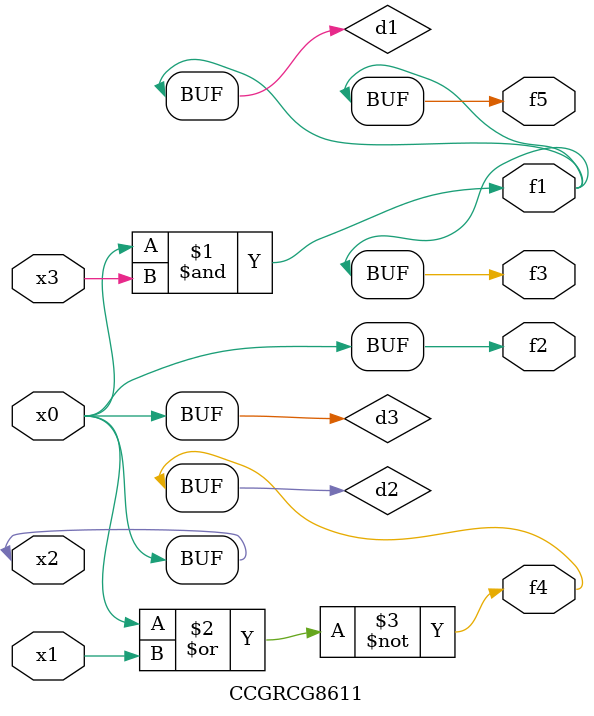
<source format=v>
module CCGRCG8611(
	input x0, x1, x2, x3,
	output f1, f2, f3, f4, f5
);

	wire d1, d2, d3;

	and (d1, x2, x3);
	nor (d2, x0, x1);
	buf (d3, x0, x2);
	assign f1 = d1;
	assign f2 = d3;
	assign f3 = d1;
	assign f4 = d2;
	assign f5 = d1;
endmodule

</source>
